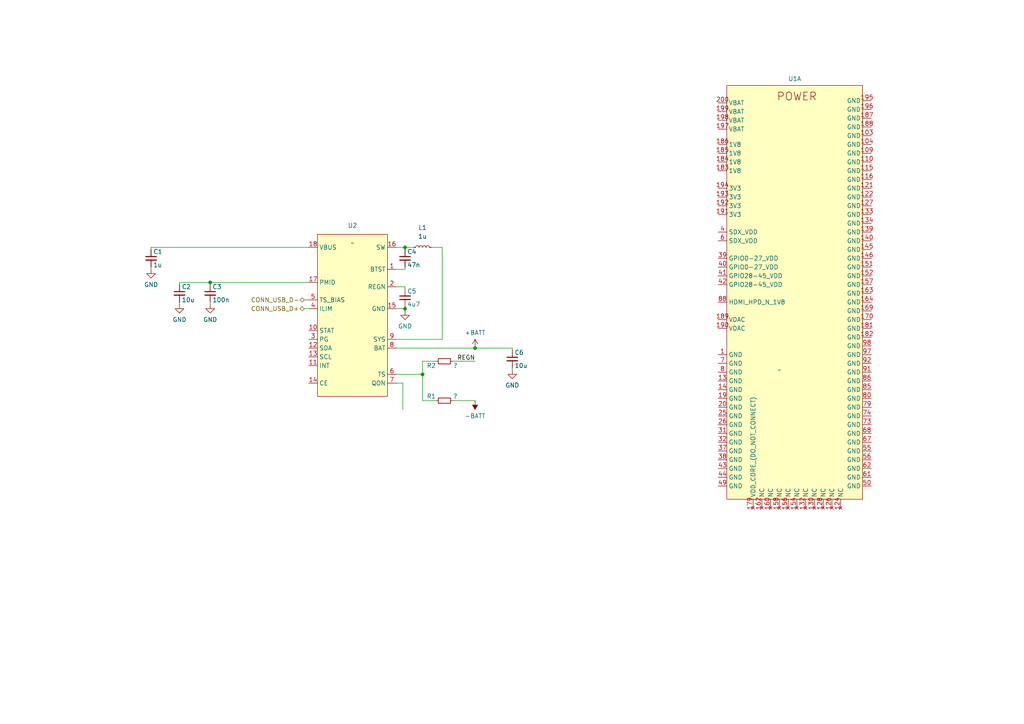
<source format=kicad_sch>
(kicad_sch (version 20230121) (generator eeschema)
  (paper "A4")
  (lib_symbols
    (symbol "BQ25622:BQ25622"
      (property "Reference" "U" (at 0 26.67 0))
      (symbol "BQ25622_1_1"
        (rectangle (start -10.16 24.13) (end 10.16 -22.86) (fill (type background)))
        (pin power_in line (at 12.7 13.97 180) (length 2.54) (name "BTST") (number "1"))
        (pin output line (at -12.7 -3.81 0) (length 2.54) (name "STAT") (number "10"))
        (pin output line (at -12.7 -13.97 0) (length 2.54) (name "INT") (number "11"))
        (pin bidirectional line (at -12.7 -8.89 0) (length 2.54) (name "SDA") (number "12"))
        (pin input line (at -12.7 -11.43 0) (length 2.54) (name "SCL") (number "13"))
        (pin input line (at -12.7 -19.05 0) (length 2.54) (name "CE") (number "14"))
        (pin power_in line (at 12.7 2.54 180) (length 2.54) (name "GND") (number "15"))
        (pin power_in line (at 12.7 20.32 180) (length 2.54) (name "SW") (number "16"))
        (pin power_in line (at -12.7 10.16 0) (length 2.54) (name "PMID") (number "17"))
        (pin power_in line (at -12.7 20.32 0) (length 2.54) (name "VBUS") (number "18"))
        (pin power_in line (at 12.7 8.89 180) (length 2.54) (name "REGN") (number "2"))
        (pin output line (at -12.7 -6.35 0) (length 2.54) (name "PG") (number "3"))
        (pin bidirectional line (at -12.7 2.54 0) (length 2.54) (name "ILIM") (number "4"))
        (pin power_in line (at -12.7 5.08 0) (length 2.54) (name "TS_BIAS") (number "5"))
        (pin input line (at 12.7 -16.51 180) (length 2.54) (name "TS") (number "6"))
        (pin input line (at 12.7 -19.05 180) (length 2.54) (name "QON") (number "7"))
        (pin power_in line (at 12.7 -8.89 180) (length 2.54) (name "BAT") (number "8"))
        (pin power_in line (at 12.7 -6.35 180) (length 2.54) (name "SYS") (number "9"))
      )
    )
    (symbol "Device:C_Small" (pin_numbers hide) (pin_names (offset 0.254) hide)
      (property "Reference" "C" (at 0.254 1.778 0))
      (property "Value" "C_Small" (at 0.254 -2.032 0))
      (symbol "C_Small_0_1"
        (polyline (pts (xy -1.524 -0.508) (xy 1.524 -0.508)) (stroke (width 0.3302)))
        (polyline (pts (xy -1.524 0.508) (xy 1.524 0.508)) (stroke (width 0.3048)))
      )
      (symbol "C_Small_1_1"
        (pin passive line (at 0 2.54 270) (length 2.032) (name "~") (number "1"))
        (pin passive line (at 0 -2.54 90) (length 2.032) (name "~") (number "2"))
      )
    )
    (symbol "Device:L_Small" (pin_numbers hide) (pin_names (offset 0.254) hide)
      (property "Reference" "L" (at 0.762 1.016 0))
      (property "Value" "L_Small" (at 0.762 -1.016 0))
      (symbol "L_Small_0_1"
        (arc (start 0 -2.032) (mid 0.5058 -1.524) (end 0 -1.016))
        (arc (start 0 -1.016) (mid 0.5058 -0.508) (end 0 0))
        (arc (start 0 0) (mid 0.5058 0.508) (end 0 1.016))
        (arc (start 0 1.016) (mid 0.5058 1.524) (end 0 2.032))
      )
      (symbol "L_Small_1_1"
        (pin passive line (at 0 2.54 270) (length 0.508) (name "~") (number "1"))
        (pin passive line (at 0 -2.54 90) (length 0.508) (name "~") (number "2"))
      )
    )
    (symbol "Device:R_Small" (pin_numbers hide) (pin_names (offset 0.254) hide)
      (property "Reference" "R" (at 0.762 0.508 0))
      (property "Value" "R_Small" (at 0.762 -1.016 0))
      (symbol "R_Small_0_1"
        (rectangle (start -0.762 1.778) (end 0.762 -1.778) (stroke (width 0.2032)))
      )
      (symbol "R_Small_1_1"
        (pin passive line (at 0 2.54 270) (length 0.762) (name "~") (number "1"))
        (pin passive line (at 0 -2.54 90) (length 0.762) (name "~") (number "2"))
      )
    )
    (symbol "SC0148:SC0148"
      (property "Reference" "U" (at 0 59.69 0))
      (symbol "SC0148_1_1"
        (rectangle (start -20.32 57.785) (end 19.05 -62.23) (fill (type background)))
        (text "POWER" (at 0 54.61 0) (effects (font (size 2.27 2.27))))
        (pin power_in line (at -22.86 -20.32 0) (length 2.54) (name "GND") (number "1"))
        (pin power_in line (at 21.59 43.18 180) (length 2.54) (name "GND") (number "103"))
        (pin power_in line (at 21.59 40.64 180) (length 2.54) (name "GND") (number "104"))
        (pin power_in line (at 21.59 38.1 180) (length 2.54) (name "GND") (number "109"))
        (pin power_in line (at 21.59 35.56 180) (length 2.54) (name "GND") (number "110"))
        (pin power_in line (at 21.59 33.02 180) (length 2.54) (name "GND") (number "115"))
        (pin power_in line (at 21.59 30.48 180) (length 2.54) (name "GND") (number "116"))
        (pin power_in line (at 21.59 27.94 180) (length 2.54) (name "GND") (number "121"))
        (pin power_in line (at 21.59 25.4 180) (length 2.54) (name "GND") (number "122"))
        (pin no_connect line (at 12.7 -64.77 90) (length 2.54) (name "NC") (number "124"))
        (pin no_connect line (at 10.16 -64.77 90) (length 2.54) (name "NC") (number "126"))
        (pin power_in line (at 21.59 22.86 180) (length 2.54) (name "GND") (number "127"))
        (pin no_connect line (at 7.62 -64.77 90) (length 2.54) (name "NC") (number "128"))
        (pin power_in line (at -22.86 -27.94 0) (length 2.54) (name "GND") (number "13"))
        (pin no_connect line (at 5.08 -64.77 90) (length 2.54) (name "NC") (number "130"))
        (pin no_connect line (at 2.54 -64.77 90) (length 2.54) (name "NC") (number "132"))
        (pin power_in line (at 21.59 20.32 180) (length 2.54) (name "GND") (number "133"))
        (pin power_in line (at 21.59 17.78 180) (length 2.54) (name "GND") (number "134"))
        (pin power_in line (at 21.59 15.24 180) (length 2.54) (name "GND") (number "139"))
        (pin power_in line (at -22.86 -30.48 0) (length 2.54) (name "GND") (number "14"))
        (pin power_in line (at 21.59 12.7 180) (length 2.54) (name "GND") (number "140"))
        (pin power_in line (at 21.59 10.16 180) (length 2.54) (name "GND") (number "145"))
        (pin power_in line (at 21.59 7.62 180) (length 2.54) (name "GND") (number "146"))
        (pin power_in line (at 21.59 5.08 180) (length 2.54) (name "GND") (number "151"))
        (pin power_in line (at 21.59 2.54 180) (length 2.54) (name "GND") (number "152"))
        (pin no_connect line (at 0 -64.77 90) (length 2.54) (name "NC") (number "154"))
        (pin no_connect line (at -2.54 -64.77 90) (length 2.54) (name "NC") (number "156"))
        (pin power_in line (at 21.59 0 180) (length 2.54) (name "GND") (number "157"))
        (pin no_connect line (at -5.08 -64.77 90) (length 2.54) (name "NC") (number "158"))
        (pin no_connect line (at -7.62 -64.77 90) (length 2.54) (name "NC") (number "160"))
        (pin no_connect line (at -10.16 -64.77 90) (length 2.54) (name "NC") (number "162"))
        (pin power_in line (at 21.59 -2.54 180) (length 2.54) (name "GND") (number "163"))
        (pin power_in line (at 21.59 -5.08 180) (length 2.54) (name "GND") (number "164"))
        (pin power_in line (at 21.59 -7.62 180) (length 2.54) (name "GND") (number "169"))
        (pin power_in line (at 21.59 -10.16 180) (length 2.54) (name "GND") (number "170"))
        (pin no_connect line (at -12.7 -64.77 90) (length 2.54) (name "VDD_CORE_(DO_NOT_CONNECT)") (number "179"))
        (pin power_in line (at 21.59 -12.7 180) (length 2.54) (name "GND") (number "181"))
        (pin power_in line (at 21.59 -15.24 180) (length 2.54) (name "GND") (number "182"))
        (pin power_in line (at -22.86 33.02 0) (length 2.54) (name "1V8") (number "183"))
        (pin power_in line (at -22.86 35.56 0) (length 2.54) (name "1V8") (number "184"))
        (pin power_in line (at -22.86 38.1 0) (length 2.54) (name "1V8") (number "185"))
        (pin power_in line (at -22.86 40.64 0) (length 2.54) (name "1V8") (number "186"))
        (pin power_in line (at 21.59 48.26 180) (length 2.54) (name "GND") (number "187"))
        (pin power_in line (at 21.59 45.72 180) (length 2.54) (name "GND") (number "188"))
        (pin input line (at -22.86 -10.16 0) (length 2.54) (name "VDAC") (number "189"))
        (pin power_in line (at -22.86 -33.02 0) (length 2.54) (name "GND") (number "19"))
        (pin input line (at -22.86 -12.7 0) (length 2.54) (name "VDAC") (number "190"))
        (pin power_in line (at -22.86 20.32 0) (length 2.54) (name "3V3") (number "191"))
        (pin power_in line (at -22.86 22.86 0) (length 2.54) (name "3V3") (number "192"))
        (pin power_in line (at -22.86 25.4 0) (length 2.54) (name "3V3") (number "193"))
        (pin power_in line (at -22.86 27.94 0) (length 2.54) (name "3V3") (number "194"))
        (pin power_in line (at 21.59 53.34 180) (length 2.54) (name "GND") (number "195"))
        (pin power_in line (at 21.59 50.8 180) (length 2.54) (name "GND") (number "196"))
        (pin power_in line (at -22.86 45.085 0) (length 2.54) (name "VBAT") (number "197"))
        (pin power_in line (at -22.86 47.625 0) (length 2.54) (name "VBAT") (number "198"))
        (pin power_in line (at -22.86 50.165 0) (length 2.54) (name "VBAT") (number "199"))
        (pin power_in line (at -22.86 -35.56 0) (length 2.54) (name "GND") (number "20"))
        (pin power_in line (at -22.86 52.705 0) (length 2.54) (name "VBAT") (number "200"))
        (pin power_in line (at -22.86 -38.1 0) (length 2.54) (name "GND") (number "25"))
        (pin power_in line (at -22.86 -40.64 0) (length 2.54) (name "GND") (number "26"))
        (pin power_in line (at -22.86 -43.18 0) (length 2.54) (name "GND") (number "31"))
        (pin power_in line (at -22.86 -45.72 0) (length 2.54) (name "GND") (number "32"))
        (pin power_in line (at -22.86 -48.26 0) (length 2.54) (name "GND") (number "37"))
        (pin power_in line (at -22.86 -50.8 0) (length 2.54) (name "GND") (number "38"))
        (pin power_in line (at -22.86 7.62 0) (length 2.54) (name "GPIO0-27_VDD") (number "39"))
        (pin power_in line (at -22.86 15.24 0) (length 2.54) (name "SDX_VDD") (number "4"))
        (pin power_in line (at -22.86 5.08 0) (length 2.54) (name "GPIO0-27_VDD") (number "40"))
        (pin power_in line (at -22.86 2.54 0) (length 2.54) (name "GPIO28-45_VDD") (number "41"))
        (pin power_in line (at -22.86 0 0) (length 2.54) (name "GPIO28-45_VDD") (number "42"))
        (pin power_in line (at -22.86 -53.34 0) (length 2.54) (name "GND") (number "43"))
        (pin power_in line (at -22.86 -55.88 0) (length 2.54) (name "GND") (number "44"))
        (pin power_in line (at -22.86 -58.42 0) (length 2.54) (name "GND") (number "49"))
        (pin power_in line (at 21.59 -58.42 180) (length 2.54) (name "GND") (number "50"))
        (pin power_in line (at 21.59 -48.26 180) (length 2.54) (name "GND") (number "55"))
        (pin power_in line (at 21.59 -50.8 180) (length 2.54) (name "GND") (number "56"))
        (pin power_in line (at -22.86 12.7 0) (length 2.54) (name "SDX_VDD") (number "6"))
        (pin power_in line (at 21.59 -55.88 180) (length 2.54) (name "GND") (number "61"))
        (pin power_in line (at 21.59 -53.34 180) (length 2.54) (name "GND") (number "62"))
        (pin power_in line (at 21.59 -45.72 180) (length 2.54) (name "GND") (number "67"))
        (pin power_in line (at 21.59 -43.18 180) (length 2.54) (name "GND") (number "68"))
        (pin power_in line (at -22.86 -22.86 0) (length 2.54) (name "GND") (number "7"))
        (pin power_in line (at 21.59 -40.64 180) (length 2.54) (name "GND") (number "73"))
        (pin power_in line (at 21.59 -38.1 180) (length 2.54) (name "GND") (number "74"))
        (pin power_in line (at 21.59 -35.56 180) (length 2.54) (name "GND") (number "79"))
        (pin power_in line (at -22.86 -25.4 0) (length 2.54) (name "GND") (number "8"))
        (pin power_in line (at 21.59 -33.02 180) (length 2.54) (name "GND") (number "80"))
        (pin power_in line (at 21.59 -30.48 180) (length 2.54) (name "GND") (number "85"))
        (pin power_in line (at 21.59 -27.94 180) (length 2.54) (name "GND") (number "86"))
        (pin power_in line (at -22.86 -5.08 0) (length 2.54) (name "HDMI_HPD_N_1V8") (number "88"))
        (pin power_in line (at 21.59 -25.4 180) (length 2.54) (name "GND") (number "91"))
        (pin power_in line (at 21.59 -22.86 180) (length 2.54) (name "GND") (number "92"))
        (pin power_in line (at 21.59 -20.32 180) (length 2.54) (name "GND") (number "97"))
        (pin power_in line (at 21.59 -17.78 180) (length 2.54) (name "GND") (number "98"))
      )
      (symbol "SC0148_2_1"
        (rectangle (start -16.51 15.24) (end 17.78 -13.97) (fill (type background)))
        (text "EMMC & USB" (at 1.27 12.7 0) (effects (font (size 2.27 2.27))))
        (pin output line (at -19.05 5.08 0) (length 2.54) (name "SDX_CLK") (number "10"))
        (pin bidirectional line (at -19.05 2.54 0) (length 2.54) (name "SDX_CMD") (number "12"))
        (pin bidirectional line (at -19.05 0 0) (length 2.54) (name "SDX_D0") (number "16"))
        (pin bidirectional line (at 20.32 7.62 180) (length 2.54) (name "USB_DP") (number "165"))
        (pin bidirectional line (at 20.32 5.08 180) (length 2.54) (name "USB_DM") (number "167"))
        (pin input line (at 20.32 2.54 180) (length 2.54) (name "USB_OTGID") (number "168"))
        (pin bidirectional line (at -19.05 -2.54 0) (length 2.54) (name "SDX_D1") (number "18"))
        (pin input line (at -19.05 7.62 0) (length 2.54) (name "EMMC_DISABLE_N") (number "2"))
        (pin bidirectional line (at -19.05 -5.08 0) (length 2.54) (name "SDX_D2") (number "22"))
        (pin bidirectional line (at -19.05 -7.62 0) (length 2.54) (name "SDX_D3") (number "24"))
        (pin power_out line (at -19.05 -10.16 0) (length 2.54) (name "EMMC_EN_N_1V8") (number "90"))
      )
      (symbol "SC0148_3_1"
        (rectangle (start -10.16 34.29) (end 11.43 -35.56) (fill (type background)))
        (text "GPIO" (at 0 31.75 0) (effects (font (size 2.27 2.27))))
        (pin bidirectional line (at -12.7 19.05 0) (length 2.54) (name "GPIO3") (number "11"))
        (pin bidirectional line (at -12.7 16.51 0) (length 2.54) (name "GPIO4") (number "15"))
        (pin bidirectional line (at -12.7 13.97 0) (length 2.54) (name "GPIO5") (number "17"))
        (pin bidirectional line (at -12.7 11.43 0) (length 2.54) (name "GPIO6") (number "21"))
        (pin bidirectional line (at -12.7 8.89 0) (length 2.54) (name "GPIO7") (number "23"))
        (pin bidirectional line (at -12.7 6.35 0) (length 2.54) (name "GPIO8") (number "27"))
        (pin bidirectional line (at 13.97 13.97 180) (length 2.54) (name "GPIO28") (number "28"))
        (pin bidirectional line (at -12.7 3.81 0) (length 2.54) (name "GPIO9") (number "29"))
        (pin bidirectional line (at -12.7 26.67 0) (length 2.54) (name "GPIO0") (number "3"))
        (pin bidirectional line (at 13.97 11.43 180) (length 2.54) (name "GPIO29") (number "30"))
        (pin bidirectional line (at -12.7 1.27 0) (length 2.54) (name "GPIO10") (number "33"))
        (pin bidirectional line (at 13.97 8.89 180) (length 2.54) (name "GPIO30") (number "34"))
        (pin bidirectional line (at -12.7 -1.27 0) (length 2.54) (name "GPIO11") (number "35"))
        (pin bidirectional line (at 13.97 6.35 180) (length 2.54) (name "GPIO31") (number "36"))
        (pin bidirectional line (at -12.7 -3.81 0) (length 2.54) (name "GPIO12") (number "45"))
        (pin bidirectional line (at 13.97 3.81 180) (length 2.54) (name "GPIO32") (number "46"))
        (pin bidirectional line (at -12.7 -6.35 0) (length 2.54) (name "GPIO13") (number "47"))
        (pin bidirectional line (at 13.97 1.27 180) (length 2.54) (name "GPIO33") (number "48"))
        (pin bidirectional line (at -12.7 24.13 0) (length 2.54) (name "GPIO1") (number "5"))
        (pin bidirectional line (at -12.7 -8.89 0) (length 2.54) (name "GPIO14") (number "51"))
        (pin bidirectional line (at 13.97 -1.27 180) (length 2.54) (name "GPIO34") (number "52"))
        (pin bidirectional line (at -12.7 -11.43 0) (length 2.54) (name "GPIO15") (number "53"))
        (pin bidirectional line (at 13.97 -3.81 180) (length 2.54) (name "GPIO35") (number "54"))
        (pin bidirectional line (at -12.7 -13.97 0) (length 2.54) (name "GPIO16") (number "57"))
        (pin bidirectional line (at 13.97 -6.35 180) (length 2.54) (name "GPIO36") (number "58"))
        (pin bidirectional line (at -12.7 -16.51 0) (length 2.54) (name "GPIO17") (number "59"))
        (pin bidirectional line (at 13.97 -8.89 180) (length 2.54) (name "GPIO37") (number "60"))
        (pin bidirectional line (at -12.7 -19.05 0) (length 2.54) (name "GPIO18") (number "63"))
        (pin bidirectional line (at 13.97 -11.43 180) (length 2.54) (name "GPIO38") (number "64"))
        (pin bidirectional line (at -12.7 -21.59 0) (length 2.54) (name "GPIO19") (number "65"))
        (pin bidirectional line (at 13.97 -13.97 180) (length 2.54) (name "GPIO39") (number "66"))
        (pin bidirectional line (at -12.7 -24.13 0) (length 2.54) (name "GPIO20") (number "69"))
        (pin bidirectional line (at 13.97 -16.51 180) (length 2.54) (name "GPIO40") (number "70"))
        (pin bidirectional line (at -12.7 -26.67 0) (length 2.54) (name "GPIO21") (number "71"))
        (pin bidirectional line (at 13.97 -19.05 180) (length 2.54) (name "GPIO41") (number "72"))
        (pin bidirectional line (at -12.7 -29.21 0) (length 2.54) (name "GPIO22") (number "75"))
        (pin bidirectional line (at 13.97 -21.59 180) (length 2.54) (name "GPIO42") (number "76"))
        (pin bidirectional line (at 13.97 26.67 180) (length 2.54) (name "GPIO23") (number "77"))
        (pin bidirectional line (at 13.97 -24.13 180) (length 2.54) (name "GPIO43") (number "78"))
        (pin bidirectional line (at 13.97 24.13 180) (length 2.54) (name "GPIO24") (number "81"))
        (pin bidirectional line (at 13.97 -26.67 180) (length 2.54) (name "GPIO44") (number "82"))
        (pin bidirectional line (at 13.97 21.59 180) (length 2.54) (name "GPIO25") (number "83"))
        (pin bidirectional line (at 13.97 -29.21 180) (length 2.54) (name "GPIO45") (number "84"))
        (pin bidirectional line (at 13.97 19.05 180) (length 2.54) (name "GPIO26") (number "87"))
        (pin bidirectional line (at 13.97 16.51 180) (length 2.54) (name "GPIO27") (number "89"))
        (pin bidirectional line (at -12.7 21.59 0) (length 2.54) (name "GPIO2") (number "9"))
      )
      (symbol "SC0148_4_1"
        (rectangle (start -16.51 19.05) (end 16.51 -17.78) (fill (type background)))
        (text "HDMI & TVDAC" (at 0 16.51 0) (effects (font (size 2.27 2.27))))
        (pin output line (at -19.05 8.89 0) (length 2.54) (name "HDMI_CLK_N") (number "111"))
        (pin output line (at -19.05 11.43 0) (length 2.54) (name "HDMI_CLK_P") (number "113"))
        (pin output line (at -19.05 3.81 0) (length 2.54) (name "HDMI_D0_N") (number "117"))
        (pin output line (at -19.05 6.35 0) (length 2.54) (name "HDMI_D0_P") (number "119"))
        (pin output line (at -19.05 -1.27 0) (length 2.54) (name "HDMI_D1_N") (number "123"))
        (pin output line (at -19.05 1.27 0) (length 2.54) (name "HDMI_D1_P") (number "125"))
        (pin output line (at -19.05 -6.35 0) (length 2.54) (name "HDMI_D2_N") (number "129"))
        (pin output line (at -19.05 -3.81 0) (length 2.54) (name "HDMI_D2_P") (number "131"))
        (pin output line (at 19.05 0 180) (length 2.54) (name "TVDAC") (number "166"))
        (pin bidirectional line (at -19.05 -8.89 0) (length 2.54) (name "HDMI_CEC") (number "171"))
        (pin bidirectional line (at -19.05 -11.43 0) (length 2.54) (name "HDMI_SDA") (number "173"))
        (pin bidirectional line (at -19.05 -13.97 0) (length 2.54) (name "HDMI_SCL") (number "175"))
      )
      (symbol "SC0148_5_1"
        (rectangle (start -16.51 27.94) (end 16.51 -22.86) (fill (type background)))
        (text "CAM & DISP\n" (at 0 25.4 0) (effects (font (size 2.27 2.27))))
        (pin output line (at 19.05 2.54 180) (length 2.54) (name "DSI1_CP") (number "100"))
        (pin output line (at 19.05 16.51 180) (length 2.54) (name "DSI0_DP0") (number "101"))
        (pin output line (at 19.05 0 180) (length 2.54) (name "DSI1_CN") (number "102"))
        (pin output line (at 19.05 19.05 180) (length 2.54) (name "DSI0_CN") (number "105"))
        (pin output line (at 19.05 -17.78 180) (length 2.54) (name "DSI1_DP3") (number "106"))
        (pin output line (at 19.05 21.59 180) (length 2.54) (name "DSI0_CP") (number "107"))
        (pin output line (at 19.05 -20.32 180) (length 2.54) (name "DSI1_DN3") (number "108"))
        (pin output line (at 19.05 -12.7 180) (length 2.54) (name "DSI1_DP2") (number "112"))
        (pin output line (at 19.05 -15.24 180) (length 2.54) (name "DSI1_DN2") (number "114"))
        (pin output line (at 19.05 -7.62 180) (length 2.54) (name "DSI1_DP1") (number "118"))
        (pin output line (at 19.05 -10.16 180) (length 2.54) (name "DSI1_DN1") (number "120"))
        (pin input line (at -19.05 -17.78 0) (length 2.54) (name "CAM1_DP3") (number "135"))
        (pin input line (at -19.05 16.51 0) (length 2.54) (name "CAM0_DP0") (number "136"))
        (pin input line (at -19.05 -20.32 0) (length 2.54) (name "CAM1_DN3") (number "137"))
        (pin input line (at -19.05 13.97 0) (length 2.54) (name "CAM0_DN0") (number "138"))
        (pin input line (at -19.05 -12.7 0) (length 2.54) (name "CAM1_DP2") (number "141"))
        (pin input line (at -19.05 21.59 0) (length 2.54) (name "CAM0_CP") (number "142"))
        (pin input line (at -19.05 -15.24 0) (length 2.54) (name "CAM1_DN2") (number "143"))
        (pin input line (at -19.05 19.05 0) (length 2.54) (name "CAM0_CN") (number "144"))
        (pin input line (at -19.05 2.54 0) (length 2.54) (name "CAM1_CP") (number "147"))
        (pin input line (at -19.05 11.43 0) (length 2.54) (name "CAM0_DP1") (number "148"))
        (pin input line (at -19.05 0 0) (length 2.54) (name "CAM1_CN") (number "149"))
        (pin input line (at -19.05 8.89 0) (length 2.54) (name "CAM0_DN1") (number "150"))
        (pin input line (at -19.05 -2.54 0) (length 2.54) (name "CAM1_DP1") (number "153"))
        (pin input line (at -19.05 -5.08 0) (length 2.54) (name "CAM1_DN1") (number "155"))
        (pin input line (at -19.05 -7.62 0) (length 2.54) (name "CAM1_DP0") (number "159"))
        (pin input line (at -19.05 -10.16 0) (length 2.54) (name "CAM1_DN0") (number "161"))
        (pin output line (at 19.05 8.89 180) (length 2.54) (name "DSI0_DN1") (number "93"))
        (pin output line (at 19.05 -2.54 180) (length 2.54) (name "DSI1_DP0") (number "94"))
        (pin output line (at 19.05 11.43 180) (length 2.54) (name "DSI0_DP1") (number "95"))
        (pin output line (at 19.05 -5.08 180) (length 2.54) (name "DSI1_DN0") (number "96"))
        (pin output line (at 19.05 13.97 180) (length 2.54) (name "DSI0_DN0") (number "99"))
      )
      (symbol "SC0148_6_1"
        (rectangle (start -12.7 11.43) (end 12.7 -10.16) (fill (type background)))
        (text "JTAG / RUN" (at 0 8.89 0) (effects (font (size 2.27 2.27))))
        (pin input line (at 15.24 1.27 180) (length 2.54) (name "VC_TRST_N") (number "172"))
        (pin input line (at 15.24 -3.81 180) (length 2.54) (name "VC_TDI") (number "174"))
        (pin input line (at 15.24 3.81 180) (length 2.54) (name "VC_TMS") (number "176"))
        (pin input line (at -15.24 -1.27 0) (length 2.54) (name "RUN") (number "177"))
        (pin output line (at 15.24 -6.35 180) (length 2.54) (name "VC_TDO") (number "178"))
        (pin input line (at 15.24 -1.27 180) (length 2.54) (name "VC_TCK") (number "180"))
      )
    )
    (symbol "power:+BATT" (power) (pin_names (offset 0))
      (property "Value" "+BATT" (at 0 3.556 0))
      (symbol "+BATT_0_1"
        (polyline (pts (xy -0.762 1.27) (xy 0 2.54)))
        (polyline (pts (xy 0 0) (xy 0 2.54)))
        (polyline (pts (xy 0 2.54) (xy 0.762 1.27)))
      )
      (symbol "+BATT_1_1"
        (pin power_in line (at 0 0 90) (length 0) hide (name "+BATT") (number "1"))
      )
    )
    (symbol "power:-BATT" (power) (pin_names (offset 0))
      (property "Value" "-BATT" (at 0 3.556 0))
      (symbol "-BATT_0_1"
        (polyline (pts (xy 0 0) (xy 0 2.54)))
        (polyline (pts (xy 0.762 1.27) (xy -0.762 1.27) (xy 0 2.54) (xy 0.762 1.27)) (fill (type outline)))
      )
      (symbol "-BATT_1_1"
        (pin power_in line (at 0 0 90) (length 0) hide (name "-BATT") (number "1"))
      )
    )
    (symbol "power:GND" (power) (pin_names (offset 0))
      (property "Value" "GND" (at 0 -3.81 0))
      (symbol "GND_0_1"
        (polyline (pts (xy 0 0) (xy 0 -1.27) (xy 1.27 -1.27) (xy 0 -2.54) (xy -1.27 -1.27) (xy 0 -1.27)))
      )
      (symbol "GND_1_1"
        (pin power_in line (at 0 0 270) (length 0) hide (name "GND") (number "1"))
      )
    )
  )
  (junction (at 117.475 71.755))
  (junction (at 117.475 89.535))
  (junction (at 122.555 108.585))
  (junction (at 137.795 100.965))
  (junction (at 60.96 81.915))
  (wire (pts (xy 137.795 104.775) (xy 131.445 104.775)))
  (wire (pts (xy 117.475 71.755) (xy 117.475 72.39)))
  (wire (pts (xy 122.555 116.205) (xy 126.365 116.205)))
  (wire (pts (xy 52.07 81.915) (xy 52.07 82.55)))
  (wire (pts (xy 114.935 111.125) (xy 116.84 111.125)))
  (wire (pts (xy 52.07 87.63) (xy 52.07 88.265)))
  (wire (pts (xy 60.96 81.915) (xy 52.07 81.915)))
  (wire (pts (xy 43.815 71.755) (xy 43.815 72.39)))
  (wire (pts (xy 131.445 116.205) (xy 137.795 116.205)))
  (wire (pts (xy 114.935 100.965) (xy 137.795 100.965)))
  (wire (pts (xy 114.935 71.755) (xy 117.475 71.755)))
  (wire (pts (xy 60.96 87.63) (xy 60.96 88.265)))
  (wire (pts (xy 117.475 71.755) (xy 120.015 71.755)))
  (wire (pts (xy 117.475 77.47) (xy 117.475 78.105)))
  (wire (pts (xy 128.27 71.755) (xy 128.27 98.425)))
  (wire (pts (xy 60.96 81.915) (xy 89.535 81.915)))
  (wire (pts (xy 117.475 89.535) (xy 117.475 90.17)))
  (wire (pts (xy 117.475 89.535) (xy 114.935 89.535)))
  (wire (pts (xy 148.59 106.68) (xy 148.59 107.315)))
  (wire (pts (xy 114.935 108.585) (xy 122.555 108.585)))
  (wire (pts (xy 122.555 108.585) (xy 122.555 104.775)))
  (wire (pts (xy 125.095 71.755) (xy 128.27 71.755)))
  (wire (pts (xy 43.815 71.755) (xy 89.535 71.755)))
  (wire (pts (xy 88.265 86.995) (xy 89.535 86.995)))
  (wire (pts (xy 126.365 104.775) (xy 122.555 104.775)))
  (wire (pts (xy 128.27 98.425) (xy 114.935 98.425)))
  (wire (pts (xy 148.59 100.965) (xy 148.59 101.6)))
  (wire (pts (xy 43.815 77.47) (xy 43.815 78.105)))
  (wire (pts (xy 117.475 78.105) (xy 114.935 78.105)))
  (wire (pts (xy 88.265 89.535) (xy 89.535 89.535)))
  (wire (pts (xy 117.475 83.82) (xy 117.475 83.185)))
  (wire (pts (xy 60.96 81.915) (xy 60.96 82.55)))
  (wire (pts (xy 116.84 111.125) (xy 116.84 118.745)))
  (wire (pts (xy 117.475 83.185) (xy 114.935 83.185)))
  (wire (pts (xy 122.555 108.585) (xy 122.555 116.205)))
  (wire (pts (xy 117.475 88.9) (xy 117.475 89.535)))
  (wire (pts (xy 137.795 100.965) (xy 148.59 100.965)))
  (label "REGN" (at 137.795 104.775 180))
  (hierarchical_label "CONN_USB_D-" (shape bidirectional) (at 88.265 86.995 180))
  (hierarchical_label "CONN_USB_D+" (shape bidirectional) (at 88.265 89.535 180))
  (symbol (lib_id "Device:C_Small") (at 117.475 74.93 0) (unit 1)
    (property "Reference" "C4" (at 118.11 73.025 0) (effects (justify left)))
    (property "Value" "47n" (at 118.11 76.835 0) (effects (justify left)))
  )
  (symbol (lib_id "Device:C_Small") (at 148.59 104.14 0) (unit 1)
    (property "Reference" "C6" (at 149.225 102.235 0) (effects (justify left)))
    (property "Value" "10u" (at 149.225 106.045 0) (effects (justify left)))
  )
  (symbol (lib_id "Device:R_Small") (at 128.905 104.775 270) (unit 1)
    (property "Reference" "R2" (at 125.095 106.045 90))
    (property "Value" "?" (at 132.08 106.045 90))
  )
  (symbol (lib_id "Device:C_Small") (at 52.07 85.09 0) (unit 1)
    (property "Reference" "C2" (at 52.705 83.185 0) (effects (justify left)))
    (property "Value" "10u" (at 52.705 86.995 0) (effects (justify left)))
  )
  (symbol (lib_id "Device:C_Small") (at 43.815 74.93 0) (unit 1)
    (property "Reference" "C1" (at 44.45 73.025 0) (effects (justify left)))
    (property "Value" "1u" (at 44.45 76.835 0) (effects (justify left)))
  )
  (symbol (lib_id "power:GND") (at 60.96 88.265 0) (unit 1)
    (property "Reference" "#PWR03" (effects hide))
    (property "Value" "GND" (at 60.96 92.71 0))
  )
  (symbol (lib_id "Device:C_Small") (at 117.475 86.36 0) (unit 1)
    (property "Reference" "C5" (at 118.11 84.455 0) (effects (justify left)))
    (property "Value" "4u7" (at 118.11 88.265 0) (effects (justify left)))
  )
  (symbol (lib_id "power:GND") (at 52.07 88.265 0) (unit 1)
    (property "Reference" "#PWR02" (effects hide))
    (property "Value" "GND" (at 52.07 92.71 0))
  )
  (symbol (lib_id "BQ25622:BQ25622") (at 102.235 92.075 0) (unit 1)
    (property "Reference" "U2" (at 102.235 65.405 0))
    (property "Value" "~" (at 102.235 70.485 0))
    (property "Datasheet" "https://www.ti.com/lit/ds/symlink/bq25622.pdf?ts=1706537473676&ref_url=https%253A%252F%252Fwww.ti.com%252Fproduct%252FBQ25622" (effects hide))
  )
  (symbol (lib_id "Device:L_Small") (at 122.555 71.755 90) (unit 1)
    (property "Reference" "L1" (at 122.555 66.04 90))
    (property "Value" "1u" (at 122.555 68.58 90))
  )
  (symbol (lib_id "power:GND") (at 148.59 107.315 0) (unit 1)
    (property "Reference" "#PWR05" (effects hide))
    (property "Value" "GND" (at 148.59 111.76 0))
  )
  (symbol (lib_id "power:-BATT") (at 137.795 116.205 180) (unit 1)
    (property "Reference" "#PWR07" (effects hide))
    (property "Value" "-BATT" (at 137.795 120.65 0))
  )
  (symbol (lib_id "SC0148:SC0148") (at 231.14 82.55 0) (unit 1)
    (property "Reference" "U1" (at 230.505 22.86 0))
    (property "Value" "~" (at 226.06 107.315 0))
    (property "Footprint" "SODIMM:17172544" (effects hide))
    (property "Datasheet" "https://datasheets.raspberrypi.com/cm/cm3-plus-datasheet.pdf" (effects hide))
  )
  (symbol (lib_id "Device:R_Small") (at 128.905 116.205 90) (unit 1)
    (property "Reference" "R1" (at 125.095 114.935 90))
    (property "Value" "?" (at 132.08 114.935 90))
  )
  (symbol (lib_id "power:GND") (at 43.815 78.105 0) (unit 1)
    (property "Reference" "#PWR01" (effects hide))
    (property "Value" "GND" (at 43.815 82.55 0))
  )
  (symbol (lib_id "power:+BATT") (at 137.795 100.965 0) (unit 1)
    (property "Reference" "#PWR06" (effects hide))
    (property "Value" "+BATT" (at 137.795 96.52 0))
  )
  (symbol (lib_id "power:GND") (at 117.475 90.17 0) (unit 1)
    (property "Reference" "#PWR04" (effects hide))
    (property "Value" "GND" (at 117.475 94.615 0))
  )
  (symbol (lib_id "Device:C_Small") (at 60.96 85.09 0) (unit 1)
    (property "Reference" "C3" (at 61.595 83.185 0) (effects (justify left)))
    (property "Value" "100n" (at 61.595 86.995 0) (effects (justify left)))
  )
)
</source>
